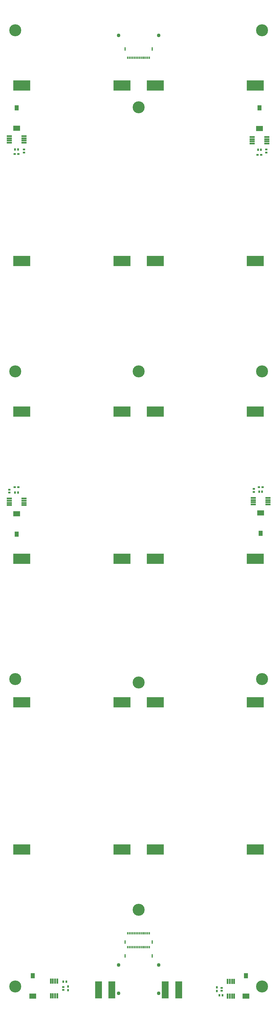
<source format=gbr>
G04 #@! TF.FileFunction,Soldermask,Top*
%FSLAX46Y46*%
G04 Gerber Fmt 4.6, Leading zero omitted, Abs format (unit mm)*
G04 Created by KiCad (PCBNEW 4.0.7-e2-6376~58~ubuntu16.04.1) date Thu Mar 22 00:19:50 2018*
%MOMM*%
%LPD*%
G01*
G04 APERTURE LIST*
%ADD10C,0.100000*%
%ADD11R,5.100000X3.100000*%
%ADD12R,0.400000X0.800000*%
%ADD13R,0.400000X1.100000*%
%ADD14C,1.100000*%
%ADD15R,1.300000X1.500000*%
%ADD16R,2.100000X1.500000*%
%ADD17C,3.600000*%
%ADD18R,0.500000X0.700000*%
%ADD19R,0.700000X0.500000*%
%ADD20R,0.600000X0.700000*%
%ADD21R,0.700000X0.600000*%
%ADD22R,2.100000X5.100000*%
%ADD23R,1.550000X0.550000*%
%ADD24R,0.550000X1.550000*%
G04 APERTURE END LIST*
D10*
D11*
X125000000Y-58500000D03*
X155000000Y-58500000D03*
D12*
X159750000Y-312010000D03*
X159250000Y-312010000D03*
X158750000Y-312010000D03*
X158250000Y-312010000D03*
X157750000Y-312010000D03*
X157250000Y-312010000D03*
X156750000Y-312010000D03*
X163250000Y-312010000D03*
X161750000Y-312010000D03*
X162250000Y-312010000D03*
X162750000Y-312010000D03*
X161250000Y-312010000D03*
X160750000Y-312010000D03*
X160250000Y-312010000D03*
D13*
X155960000Y-314660000D03*
X164040000Y-314660000D03*
D11*
X165000000Y-243000000D03*
X195000000Y-243000000D03*
D14*
X154000000Y-321500000D03*
X166000000Y-321500000D03*
X166000000Y-43500000D03*
D15*
X196250000Y-65200000D03*
D16*
X196250000Y-71300000D03*
D11*
X165000000Y-156000000D03*
X195000000Y-156000000D03*
D15*
X128300000Y-324750000D03*
D16*
X128300000Y-330850000D03*
D17*
X197000000Y-328000000D03*
X197000000Y-236000000D03*
X197000000Y-144000000D03*
X197000000Y-42000000D03*
X160000000Y-305000000D03*
X160000000Y-237000000D03*
X160000000Y-144000000D03*
X160000000Y-65000000D03*
X123000000Y-328000000D03*
X123000000Y-236000000D03*
X123000000Y-144000000D03*
X123000000Y-42000000D03*
D18*
X185150000Y-330600000D03*
X184250000Y-330600000D03*
D19*
X184900000Y-329250000D03*
X184900000Y-328350000D03*
X194600000Y-180050000D03*
X194600000Y-179150000D03*
D18*
X196150000Y-180000000D03*
X197050000Y-180000000D03*
D19*
X198250000Y-77600000D03*
X198250000Y-78500000D03*
D18*
X196700000Y-77650000D03*
X195800000Y-77650000D03*
X137450000Y-326500000D03*
X138350000Y-326500000D03*
D19*
X137439998Y-328100000D03*
X137439998Y-329000000D03*
X121200000Y-180250000D03*
X121200000Y-179350000D03*
D18*
X122950000Y-180200000D03*
X123850000Y-180200000D03*
D19*
X125600000Y-77600000D03*
X125600000Y-78500000D03*
D18*
X123850000Y-77600000D03*
X122950000Y-77600000D03*
D20*
X183500000Y-329350000D03*
X183500000Y-328250000D03*
D21*
X196050000Y-178600000D03*
X197150000Y-178600000D03*
X196800000Y-79250000D03*
X195700000Y-79250000D03*
D20*
X138839998Y-328000000D03*
X138839998Y-329100000D03*
D21*
X122850000Y-178600000D03*
X123950000Y-178600000D03*
X123950000Y-79000000D03*
X122850000Y-79000000D03*
D11*
X195000000Y-287000000D03*
X165000000Y-287000000D03*
X195000000Y-200000000D03*
X165000000Y-200000000D03*
X195000000Y-111000000D03*
X165000000Y-111000000D03*
X165000000Y-58500000D03*
X195000000Y-58500000D03*
X155000000Y-287000000D03*
X125000000Y-287000000D03*
X125000000Y-243000000D03*
X155000000Y-243000000D03*
D15*
X192200000Y-324750000D03*
D16*
X192200000Y-330850000D03*
D15*
X196600000Y-192450000D03*
D16*
X196600000Y-186350000D03*
D11*
X155000000Y-111000000D03*
X125000000Y-111000000D03*
X125000000Y-156000000D03*
X155000000Y-156000000D03*
X155000000Y-200000000D03*
X125000000Y-200000000D03*
D15*
X123400000Y-65150000D03*
D16*
X123400000Y-71250000D03*
D22*
X152000000Y-329000000D03*
X168000000Y-329000000D03*
X172000000Y-329000000D03*
D12*
X160250000Y-50160000D03*
X160750000Y-50160000D03*
X161250000Y-50160000D03*
X161750000Y-50160000D03*
X162250000Y-50160000D03*
X162750000Y-50160000D03*
X163250000Y-50160000D03*
X156750000Y-50160000D03*
X158250000Y-50160000D03*
X157750000Y-50160000D03*
X157250000Y-50160000D03*
X158750000Y-50160000D03*
X159250000Y-50160000D03*
X159750000Y-50160000D03*
D13*
X164040000Y-47510000D03*
X155960000Y-47510000D03*
D15*
X123400000Y-192650000D03*
D16*
X123400000Y-186550000D03*
D22*
X148000000Y-329000000D03*
D14*
X154000000Y-43500000D03*
X154000000Y-330000000D03*
X166000000Y-330000000D03*
D12*
X159750000Y-316170000D03*
X159250000Y-316170000D03*
X158750000Y-316170000D03*
X158250000Y-316170000D03*
X157750000Y-316170000D03*
X157250000Y-316170000D03*
X156750000Y-316170000D03*
X163250000Y-316170000D03*
X161750000Y-316170000D03*
X162250000Y-316170000D03*
X162750000Y-316170000D03*
X161250000Y-316170000D03*
X160750000Y-316170000D03*
X160250000Y-316170000D03*
D13*
X155960000Y-318820000D03*
X164040000Y-318820000D03*
D23*
X198800000Y-183125000D03*
X198800000Y-183775000D03*
X198800000Y-182475000D03*
X198800000Y-181825000D03*
X194400000Y-183775000D03*
X194400000Y-183125000D03*
X194400000Y-182475000D03*
X194400000Y-181825000D03*
D24*
X134314998Y-330750000D03*
X133664998Y-330750000D03*
X134964998Y-330750000D03*
X135614998Y-330750000D03*
X133664998Y-326350000D03*
X134314998Y-326350000D03*
X134964998Y-326350000D03*
X135614998Y-326350000D03*
D23*
X121200000Y-74275000D03*
X121200000Y-73625000D03*
X121200000Y-74925000D03*
X121200000Y-75575000D03*
X125600000Y-73625000D03*
X125600000Y-74275000D03*
X125600000Y-74925000D03*
X125600000Y-75575000D03*
X125600000Y-183325000D03*
X125600000Y-183975000D03*
X125600000Y-182675000D03*
X125600000Y-182025000D03*
X121200000Y-183975000D03*
X121200000Y-183325000D03*
X121200000Y-182675000D03*
X121200000Y-182025000D03*
X194050000Y-74525000D03*
X194050000Y-73875000D03*
X194050000Y-75175000D03*
X194050000Y-75825000D03*
X198450000Y-73875000D03*
X198450000Y-74525000D03*
X198450000Y-75175000D03*
X198450000Y-75825000D03*
D24*
X188025000Y-326400000D03*
X188675000Y-326400000D03*
X187375000Y-326400000D03*
X186725000Y-326400000D03*
X188675000Y-330800000D03*
X188025000Y-330800000D03*
X187375000Y-330800000D03*
X186725000Y-330800000D03*
M02*

</source>
